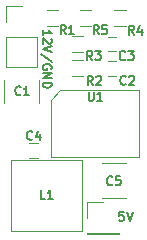
<source format=gto>
G04 #@! TF.GenerationSoftware,KiCad,Pcbnew,(5.1.6-0-10_14)*
G04 #@! TF.CreationDate,2021-12-16T11:14:58+09:00*
G04 #@! TF.ProjectId,qPCR-5VUPS,71504352-2d35-4565-9550-532e6b696361,rev?*
G04 #@! TF.SameCoordinates,Original*
G04 #@! TF.FileFunction,Legend,Top*
G04 #@! TF.FilePolarity,Positive*
%FSLAX46Y46*%
G04 Gerber Fmt 4.6, Leading zero omitted, Abs format (unit mm)*
G04 Created by KiCad (PCBNEW (5.1.6-0-10_14)) date 2021-12-16 11:14:58*
%MOMM*%
%LPD*%
G01*
G04 APERTURE LIST*
%ADD10C,0.187500*%
%ADD11C,0.120000*%
%ADD12C,0.150000*%
G04 APERTURE END LIST*
D10*
X95380714Y-74050000D02*
X95380714Y-73621428D01*
X95380714Y-73835714D02*
X96130714Y-73835714D01*
X96023571Y-73764285D01*
X95952142Y-73692857D01*
X95916428Y-73621428D01*
X96059285Y-74335714D02*
X96095000Y-74371428D01*
X96130714Y-74442857D01*
X96130714Y-74621428D01*
X96095000Y-74692857D01*
X96059285Y-74728571D01*
X95987857Y-74764285D01*
X95916428Y-74764285D01*
X95809285Y-74728571D01*
X95380714Y-74300000D01*
X95380714Y-74764285D01*
X96130714Y-74978571D02*
X95380714Y-75228571D01*
X96130714Y-75478571D01*
X96166428Y-76264285D02*
X95202142Y-75621428D01*
X96095000Y-76907142D02*
X96130714Y-76835714D01*
X96130714Y-76728571D01*
X96095000Y-76621428D01*
X96023571Y-76550000D01*
X95952142Y-76514285D01*
X95809285Y-76478571D01*
X95702142Y-76478571D01*
X95559285Y-76514285D01*
X95487857Y-76550000D01*
X95416428Y-76621428D01*
X95380714Y-76728571D01*
X95380714Y-76800000D01*
X95416428Y-76907142D01*
X95452142Y-76942857D01*
X95702142Y-76942857D01*
X95702142Y-76800000D01*
X95380714Y-77264285D02*
X96130714Y-77264285D01*
X95380714Y-77692857D01*
X96130714Y-77692857D01*
X95380714Y-78050000D02*
X96130714Y-78050000D01*
X96130714Y-78228571D01*
X96095000Y-78335714D01*
X96023571Y-78407142D01*
X95952142Y-78442857D01*
X95809285Y-78478571D01*
X95702142Y-78478571D01*
X95559285Y-78442857D01*
X95487857Y-78407142D01*
X95416428Y-78335714D01*
X95380714Y-78228571D01*
X95380714Y-78050000D01*
X102237142Y-88989285D02*
X101880000Y-88989285D01*
X101844285Y-89346428D01*
X101880000Y-89310714D01*
X101951428Y-89275000D01*
X102130000Y-89275000D01*
X102201428Y-89310714D01*
X102237142Y-89346428D01*
X102272857Y-89417857D01*
X102272857Y-89596428D01*
X102237142Y-89667857D01*
X102201428Y-89703571D01*
X102130000Y-89739285D01*
X101951428Y-89739285D01*
X101880000Y-89703571D01*
X101844285Y-89667857D01*
X102487142Y-88989285D02*
X102737142Y-89739285D01*
X102987142Y-88989285D01*
D11*
X92270000Y-71570000D02*
X93600000Y-71570000D01*
X92270000Y-72900000D02*
X92270000Y-71570000D01*
X92270000Y-74170000D02*
X94930000Y-74170000D01*
X94930000Y-74170000D02*
X94930000Y-76770000D01*
X92270000Y-74170000D02*
X92270000Y-76770000D01*
X92270000Y-76770000D02*
X94930000Y-76770000D01*
X99170000Y-88170000D02*
X100500000Y-88170000D01*
X99170000Y-89500000D02*
X99170000Y-88170000D01*
X99170000Y-90770000D02*
X101830000Y-90770000D01*
X101830000Y-90770000D02*
X101830000Y-90830000D01*
X99170000Y-90770000D02*
X99170000Y-90830000D01*
X99170000Y-90830000D02*
X101830000Y-90830000D01*
X92120000Y-77800000D02*
X92120000Y-79800000D01*
X95080000Y-79800000D02*
X95080000Y-77800000D01*
X101580000Y-77450000D02*
X100880000Y-77450000D01*
X100880000Y-76250000D02*
X101580000Y-76250000D01*
X101580000Y-75350000D02*
X100880000Y-75350000D01*
X100880000Y-74150000D02*
X101580000Y-74150000D01*
X94950000Y-84400000D02*
X94250000Y-84400000D01*
X94250000Y-83200000D02*
X94950000Y-83200000D01*
X100400000Y-87780000D02*
X102400000Y-87780000D01*
X102400000Y-84820000D02*
X100400000Y-84820000D01*
X98700000Y-90600000D02*
X92700000Y-90600000D01*
X98700000Y-84600000D02*
X98700000Y-90600000D01*
X92700000Y-84600000D02*
X98700000Y-84600000D01*
X92700000Y-90600000D02*
X92700000Y-84600000D01*
X96700000Y-73280000D02*
X95700000Y-73280000D01*
X95700000Y-71920000D02*
X96700000Y-71920000D01*
X97830000Y-76170000D02*
X98830000Y-76170000D01*
X98830000Y-77530000D02*
X97830000Y-77530000D01*
X98830000Y-75430000D02*
X97830000Y-75430000D01*
X97830000Y-74070000D02*
X98830000Y-74070000D01*
X102400000Y-73280000D02*
X101400000Y-73280000D01*
X101400000Y-71920000D02*
X102400000Y-71920000D01*
X98500000Y-71920000D02*
X99500000Y-71920000D01*
X99500000Y-73280000D02*
X98500000Y-73280000D01*
X96050000Y-79494000D02*
X96850000Y-78694000D01*
X96850000Y-78694000D02*
X103550000Y-78694000D01*
X103550000Y-78694000D02*
X103550000Y-84306000D01*
X103550000Y-84306000D02*
X96050000Y-84306000D01*
X96050000Y-84306000D02*
X96050000Y-79494000D01*
D12*
X93505000Y-79037857D02*
X93469285Y-79073571D01*
X93362142Y-79109285D01*
X93290714Y-79109285D01*
X93183571Y-79073571D01*
X93112142Y-79002142D01*
X93076428Y-78930714D01*
X93040714Y-78787857D01*
X93040714Y-78680714D01*
X93076428Y-78537857D01*
X93112142Y-78466428D01*
X93183571Y-78395000D01*
X93290714Y-78359285D01*
X93362142Y-78359285D01*
X93469285Y-78395000D01*
X93505000Y-78430714D01*
X94219285Y-79109285D02*
X93790714Y-79109285D01*
X94005000Y-79109285D02*
X94005000Y-78359285D01*
X93933571Y-78466428D01*
X93862142Y-78537857D01*
X93790714Y-78573571D01*
X102395000Y-78167857D02*
X102359285Y-78203571D01*
X102252142Y-78239285D01*
X102180714Y-78239285D01*
X102073571Y-78203571D01*
X102002142Y-78132142D01*
X101966428Y-78060714D01*
X101930714Y-77917857D01*
X101930714Y-77810714D01*
X101966428Y-77667857D01*
X102002142Y-77596428D01*
X102073571Y-77525000D01*
X102180714Y-77489285D01*
X102252142Y-77489285D01*
X102359285Y-77525000D01*
X102395000Y-77560714D01*
X102680714Y-77560714D02*
X102716428Y-77525000D01*
X102787857Y-77489285D01*
X102966428Y-77489285D01*
X103037857Y-77525000D01*
X103073571Y-77560714D01*
X103109285Y-77632142D01*
X103109285Y-77703571D01*
X103073571Y-77810714D01*
X102645000Y-78239285D01*
X103109285Y-78239285D01*
X102355000Y-76057857D02*
X102319285Y-76093571D01*
X102212142Y-76129285D01*
X102140714Y-76129285D01*
X102033571Y-76093571D01*
X101962142Y-76022142D01*
X101926428Y-75950714D01*
X101890714Y-75807857D01*
X101890714Y-75700714D01*
X101926428Y-75557857D01*
X101962142Y-75486428D01*
X102033571Y-75415000D01*
X102140714Y-75379285D01*
X102212142Y-75379285D01*
X102319285Y-75415000D01*
X102355000Y-75450714D01*
X102605000Y-75379285D02*
X103069285Y-75379285D01*
X102819285Y-75665000D01*
X102926428Y-75665000D01*
X102997857Y-75700714D01*
X103033571Y-75736428D01*
X103069285Y-75807857D01*
X103069285Y-75986428D01*
X103033571Y-76057857D01*
X102997857Y-76093571D01*
X102926428Y-76129285D01*
X102712142Y-76129285D01*
X102640714Y-76093571D01*
X102605000Y-76057857D01*
X94505000Y-82827857D02*
X94469285Y-82863571D01*
X94362142Y-82899285D01*
X94290714Y-82899285D01*
X94183571Y-82863571D01*
X94112142Y-82792142D01*
X94076428Y-82720714D01*
X94040714Y-82577857D01*
X94040714Y-82470714D01*
X94076428Y-82327857D01*
X94112142Y-82256428D01*
X94183571Y-82185000D01*
X94290714Y-82149285D01*
X94362142Y-82149285D01*
X94469285Y-82185000D01*
X94505000Y-82220714D01*
X95147857Y-82399285D02*
X95147857Y-82899285D01*
X94969285Y-82113571D02*
X94790714Y-82649285D01*
X95255000Y-82649285D01*
X101265000Y-86657857D02*
X101229285Y-86693571D01*
X101122142Y-86729285D01*
X101050714Y-86729285D01*
X100943571Y-86693571D01*
X100872142Y-86622142D01*
X100836428Y-86550714D01*
X100800714Y-86407857D01*
X100800714Y-86300714D01*
X100836428Y-86157857D01*
X100872142Y-86086428D01*
X100943571Y-86015000D01*
X101050714Y-85979285D01*
X101122142Y-85979285D01*
X101229285Y-86015000D01*
X101265000Y-86050714D01*
X101943571Y-85979285D02*
X101586428Y-85979285D01*
X101550714Y-86336428D01*
X101586428Y-86300714D01*
X101657857Y-86265000D01*
X101836428Y-86265000D01*
X101907857Y-86300714D01*
X101943571Y-86336428D01*
X101979285Y-86407857D01*
X101979285Y-86586428D01*
X101943571Y-86657857D01*
X101907857Y-86693571D01*
X101836428Y-86729285D01*
X101657857Y-86729285D01*
X101586428Y-86693571D01*
X101550714Y-86657857D01*
X95585000Y-87889285D02*
X95227857Y-87889285D01*
X95227857Y-87139285D01*
X96227857Y-87889285D02*
X95799285Y-87889285D01*
X96013571Y-87889285D02*
X96013571Y-87139285D01*
X95942142Y-87246428D01*
X95870714Y-87317857D01*
X95799285Y-87353571D01*
X97315000Y-73919285D02*
X97065000Y-73562142D01*
X96886428Y-73919285D02*
X96886428Y-73169285D01*
X97172142Y-73169285D01*
X97243571Y-73205000D01*
X97279285Y-73240714D01*
X97315000Y-73312142D01*
X97315000Y-73419285D01*
X97279285Y-73490714D01*
X97243571Y-73526428D01*
X97172142Y-73562142D01*
X96886428Y-73562142D01*
X98029285Y-73919285D02*
X97600714Y-73919285D01*
X97815000Y-73919285D02*
X97815000Y-73169285D01*
X97743571Y-73276428D01*
X97672142Y-73347857D01*
X97600714Y-73383571D01*
X99625000Y-78229285D02*
X99375000Y-77872142D01*
X99196428Y-78229285D02*
X99196428Y-77479285D01*
X99482142Y-77479285D01*
X99553571Y-77515000D01*
X99589285Y-77550714D01*
X99625000Y-77622142D01*
X99625000Y-77729285D01*
X99589285Y-77800714D01*
X99553571Y-77836428D01*
X99482142Y-77872142D01*
X99196428Y-77872142D01*
X99910714Y-77550714D02*
X99946428Y-77515000D01*
X100017857Y-77479285D01*
X100196428Y-77479285D01*
X100267857Y-77515000D01*
X100303571Y-77550714D01*
X100339285Y-77622142D01*
X100339285Y-77693571D01*
X100303571Y-77800714D01*
X99875000Y-78229285D01*
X100339285Y-78229285D01*
X99585000Y-76129285D02*
X99335000Y-75772142D01*
X99156428Y-76129285D02*
X99156428Y-75379285D01*
X99442142Y-75379285D01*
X99513571Y-75415000D01*
X99549285Y-75450714D01*
X99585000Y-75522142D01*
X99585000Y-75629285D01*
X99549285Y-75700714D01*
X99513571Y-75736428D01*
X99442142Y-75772142D01*
X99156428Y-75772142D01*
X99835000Y-75379285D02*
X100299285Y-75379285D01*
X100049285Y-75665000D01*
X100156428Y-75665000D01*
X100227857Y-75700714D01*
X100263571Y-75736428D01*
X100299285Y-75807857D01*
X100299285Y-75986428D01*
X100263571Y-76057857D01*
X100227857Y-76093571D01*
X100156428Y-76129285D01*
X99942142Y-76129285D01*
X99870714Y-76093571D01*
X99835000Y-76057857D01*
X103115000Y-73979285D02*
X102865000Y-73622142D01*
X102686428Y-73979285D02*
X102686428Y-73229285D01*
X102972142Y-73229285D01*
X103043571Y-73265000D01*
X103079285Y-73300714D01*
X103115000Y-73372142D01*
X103115000Y-73479285D01*
X103079285Y-73550714D01*
X103043571Y-73586428D01*
X102972142Y-73622142D01*
X102686428Y-73622142D01*
X103757857Y-73479285D02*
X103757857Y-73979285D01*
X103579285Y-73193571D02*
X103400714Y-73729285D01*
X103865000Y-73729285D01*
X100115000Y-73939285D02*
X99865000Y-73582142D01*
X99686428Y-73939285D02*
X99686428Y-73189285D01*
X99972142Y-73189285D01*
X100043571Y-73225000D01*
X100079285Y-73260714D01*
X100115000Y-73332142D01*
X100115000Y-73439285D01*
X100079285Y-73510714D01*
X100043571Y-73546428D01*
X99972142Y-73582142D01*
X99686428Y-73582142D01*
X100793571Y-73189285D02*
X100436428Y-73189285D01*
X100400714Y-73546428D01*
X100436428Y-73510714D01*
X100507857Y-73475000D01*
X100686428Y-73475000D01*
X100757857Y-73510714D01*
X100793571Y-73546428D01*
X100829285Y-73617857D01*
X100829285Y-73796428D01*
X100793571Y-73867857D01*
X100757857Y-73903571D01*
X100686428Y-73939285D01*
X100507857Y-73939285D01*
X100436428Y-73903571D01*
X100400714Y-73867857D01*
X99258571Y-78839285D02*
X99258571Y-79446428D01*
X99294285Y-79517857D01*
X99330000Y-79553571D01*
X99401428Y-79589285D01*
X99544285Y-79589285D01*
X99615714Y-79553571D01*
X99651428Y-79517857D01*
X99687142Y-79446428D01*
X99687142Y-78839285D01*
X100437142Y-79589285D02*
X100008571Y-79589285D01*
X100222857Y-79589285D02*
X100222857Y-78839285D01*
X100151428Y-78946428D01*
X100080000Y-79017857D01*
X100008571Y-79053571D01*
M02*

</source>
